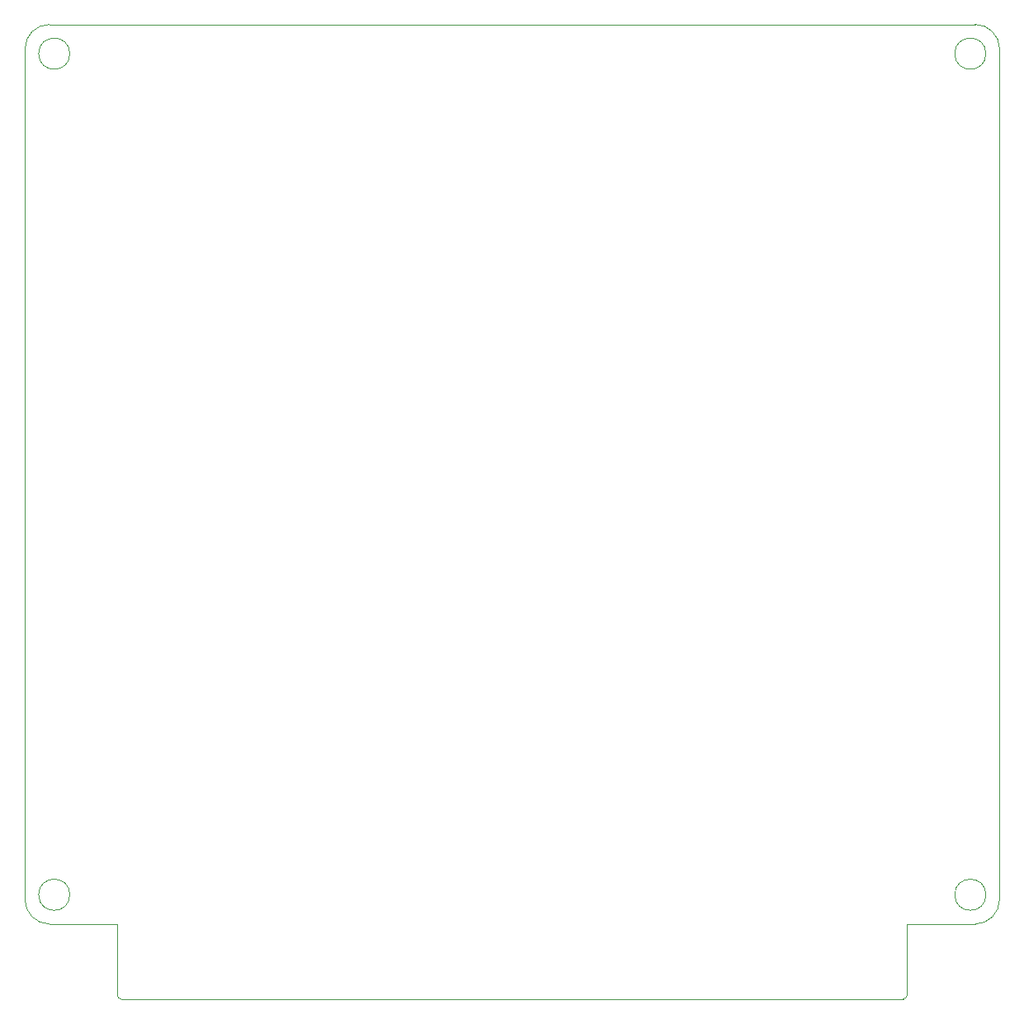
<source format=gm1>
G04 #@! TF.GenerationSoftware,KiCad,Pcbnew,(6.0.9)*
G04 #@! TF.CreationDate,2022-12-02T20:03:53-05:00*
G04 #@! TF.ProjectId,Part 3 - Clock v3,50617274-2033-4202-9d20-436c6f636b20,1.1*
G04 #@! TF.SameCoordinates,Original*
G04 #@! TF.FileFunction,Profile,NP*
%FSLAX46Y46*%
G04 Gerber Fmt 4.6, Leading zero omitted, Abs format (unit mm)*
G04 Created by KiCad (PCBNEW (6.0.9)) date 2022-12-02 20:03:53*
%MOMM*%
%LPD*%
G01*
G04 APERTURE LIST*
G04 #@! TA.AperFunction,Profile*
%ADD10C,0.120000*%
G04 #@! TD*
G04 APERTURE END LIST*
D10*
X89390000Y-135890000D02*
X89390000Y-48590000D01*
X98880000Y-145690000D02*
X98880000Y-138390000D01*
X186890000Y-138390000D02*
X179900000Y-138390000D01*
X91890000Y-138390000D02*
X98880000Y-138390000D01*
X189390000Y-48590000D02*
X189390000Y-135890000D01*
X99280000Y-146090000D02*
X179500000Y-146090000D01*
X91890000Y-46090000D02*
X186890000Y-46090000D01*
X179900000Y-145690000D02*
X179900000Y-138390000D01*
X91890000Y-46090000D02*
G75*
G03*
X89390000Y-48590000I0J-2500000D01*
G01*
X98880000Y-145690000D02*
G75*
G03*
X99280000Y-146090000I399999J-1D01*
G01*
X89390000Y-135890000D02*
G75*
G03*
X91890000Y-138390000I2500000J0D01*
G01*
X186890000Y-138390000D02*
G75*
G03*
X189390000Y-135890000I0J2500000D01*
G01*
X179500000Y-146090000D02*
G75*
G03*
X179900000Y-145690000I0J400000D01*
G01*
X189390000Y-48590000D02*
G75*
G03*
X186890000Y-46090000I-2500000J0D01*
G01*
X93990000Y-49090000D02*
G75*
G03*
X93990000Y-49090000I-1600000J0D01*
G01*
X187990000Y-135390000D02*
G75*
G03*
X187990000Y-135390000I-1600000J0D01*
G01*
X93990000Y-135390000D02*
G75*
G03*
X93990000Y-135390000I-1600000J0D01*
G01*
X187990000Y-49090000D02*
G75*
G03*
X187990000Y-49090000I-1600000J0D01*
G01*
M02*

</source>
